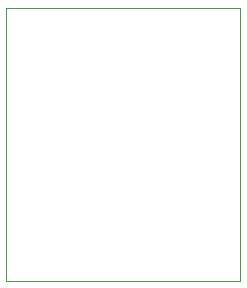
<source format=gbr>
G04 #@! TF.GenerationSoftware,KiCad,Pcbnew,(5.0.0)*
G04 #@! TF.CreationDate,2018-11-08T10:06:54-02:00*
G04 #@! TF.ProjectId,Kurupira 2,4B7572757069726120322E6B69636164,REV B*
G04 #@! TF.SameCoordinates,Original*
G04 #@! TF.FileFunction,Profile,NP*
%FSLAX46Y46*%
G04 Gerber Fmt 4.6, Leading zero omitted, Abs format (unit mm)*
G04 Created by KiCad (PCBNEW (5.0.0)) date 11/08/18 10:06:54*
%MOMM*%
%LPD*%
G01*
G04 APERTURE LIST*
%ADD10C,0.100000*%
G04 APERTURE END LIST*
D10*
X196596000Y-108458000D02*
X196596000Y-85344000D01*
X176784000Y-85344000D02*
X176784000Y-108458000D01*
X176784000Y-108458000D02*
X196596000Y-108458000D01*
X196596000Y-85344000D02*
X176784000Y-85344000D01*
M02*

</source>
